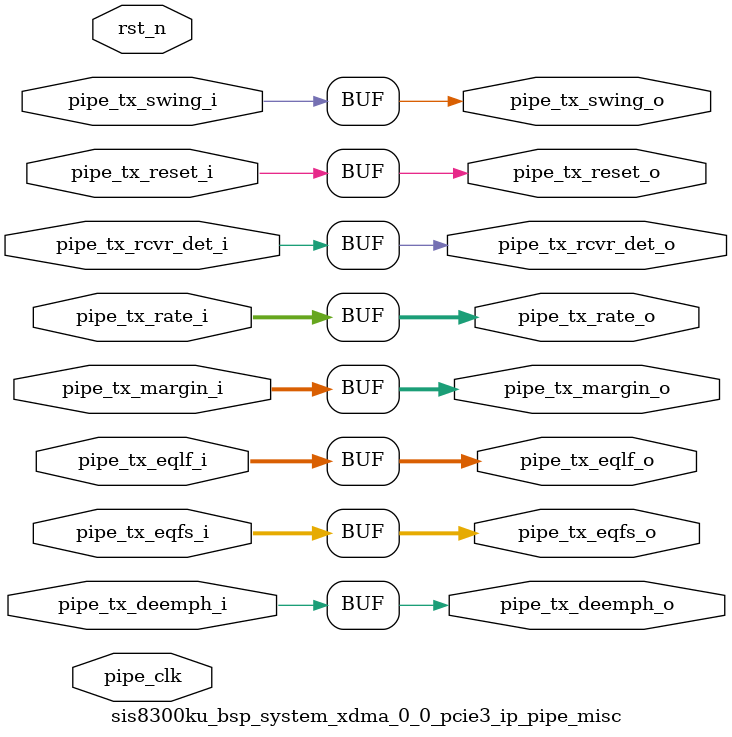
<source format=v>


`timescale 1ps/1ps

(* DowngradeIPIdentifiedWarnings = "yes" *)
module sis8300ku_bsp_system_xdma_0_0_pcie3_ip_pipe_misc 
 #(
  parameter TCQ = 100,
  parameter PIPE_PIPELINE_STAGES = 0
  ) (
  input  wire         pipe_tx_rcvr_det_i,
  input  wire         pipe_tx_reset_i,
  input  wire   [1:0] pipe_tx_rate_i,
  input  wire         pipe_tx_deemph_i,
  input  wire   [2:0] pipe_tx_margin_i,
  input  wire         pipe_tx_swing_i,
  input  wire   [5:0] pipe_tx_eqfs_i,
  input  wire   [5:0] pipe_tx_eqlf_i,
  output wire         pipe_tx_rcvr_det_o,
  output wire         pipe_tx_reset_o,
  output wire   [1:0] pipe_tx_rate_o,
  output wire         pipe_tx_deemph_o,
  output wire   [2:0] pipe_tx_margin_o,
  output wire         pipe_tx_swing_o,
  output wire   [5:0] pipe_tx_eqfs_o,
  output wire   [5:0] pipe_tx_eqlf_o,
  input  wire         pipe_clk,
  input  wire         rst_n
  );

  reg                 pipe_tx_rcvr_det_q;
  reg                 pipe_tx_reset_q;
  reg           [1:0] pipe_tx_rate_q;
  reg                 pipe_tx_deemph_q;
  reg           [2:0] pipe_tx_margin_q;
  reg                 pipe_tx_swing_q;
  reg           [5:0] pipe_tx_eqfs_q;
  reg           [5:0] pipe_tx_eqlf_q;
  reg                 pipe_tx_rcvr_det_qq;
  reg                 pipe_tx_reset_qq;
  reg           [1:0] pipe_tx_rate_qq;
  reg                 pipe_tx_deemph_qq;
  reg           [2:0] pipe_tx_margin_qq;
  reg                 pipe_tx_swing_qq;
  reg           [5:0] pipe_tx_eqfs_qq;
  reg           [5:0] pipe_tx_eqlf_qq;

  generate
    if (PIPE_PIPELINE_STAGES == 0)
    begin : pipe_stages_0
      assign pipe_tx_rcvr_det_o = pipe_tx_rcvr_det_i;
      assign pipe_tx_reset_o = pipe_tx_reset_i;
      assign pipe_tx_rate_o = pipe_tx_rate_i;
      assign pipe_tx_deemph_o = pipe_tx_deemph_i;
      assign pipe_tx_margin_o = pipe_tx_margin_i;
      assign pipe_tx_swing_o = pipe_tx_swing_i;
      assign pipe_tx_eqfs_o = pipe_tx_eqfs_i;
      assign pipe_tx_eqlf_o = pipe_tx_eqlf_i;
    end
    else if (PIPE_PIPELINE_STAGES == 1)
    begin : pipe_stages_1
      always @(posedge pipe_clk)
      begin
        if (!rst_n)
        begin
          pipe_tx_rcvr_det_q <= #TCQ 1'b0;
          pipe_tx_reset_q <= #TCQ 1'b1;
          pipe_tx_rate_q <= #TCQ 2'b0;
          pipe_tx_deemph_q <= #TCQ 1'b1;
          pipe_tx_margin_q <= #TCQ 3'b0;
          pipe_tx_swing_q <= #TCQ 1'b0;
          pipe_tx_eqfs_q <= #TCQ 5'b0;
          pipe_tx_eqlf_q <= #TCQ 5'b0;
        end
        else
        begin
          pipe_tx_rcvr_det_q <= #TCQ pipe_tx_rcvr_det_i;
          pipe_tx_reset_q <= #TCQ pipe_tx_reset_i;
          pipe_tx_rate_q <= #TCQ pipe_tx_rate_i;
          pipe_tx_deemph_q <= #TCQ pipe_tx_deemph_i;
          pipe_tx_margin_q <= #TCQ pipe_tx_margin_i;
          pipe_tx_swing_q <= #TCQ pipe_tx_swing_i;
          pipe_tx_eqfs_q <= #TCQ pipe_tx_eqfs_i;
          pipe_tx_eqlf_q <= #TCQ pipe_tx_eqlf_i;
        end
      end
      assign pipe_tx_rcvr_det_o = pipe_tx_rcvr_det_q;
      assign pipe_tx_reset_o = pipe_tx_reset_q;
      assign pipe_tx_rate_o = pipe_tx_rate_q;
      assign pipe_tx_deemph_o = pipe_tx_deemph_q;
      assign pipe_tx_margin_o = pipe_tx_margin_q;
      assign pipe_tx_swing_o = pipe_tx_swing_q;
      assign pipe_tx_eqfs_o = pipe_tx_eqfs_q;
      assign pipe_tx_eqlf_o = pipe_tx_eqlf_q;
    end
    else if (PIPE_PIPELINE_STAGES == 2)
    begin : pipe_stages_2
      always @(posedge pipe_clk)
      begin
        if (!rst_n)
        begin
          pipe_tx_rcvr_det_q <= #TCQ 1'b0;
          pipe_tx_reset_q <= #TCQ 1'b1;
          pipe_tx_rate_q <= #TCQ 2'b0;
          pipe_tx_deemph_q <= #TCQ 1'b1;
          pipe_tx_margin_q <= #TCQ 1'b0;
          pipe_tx_swing_q <= #TCQ 1'b0;
          pipe_tx_eqfs_q <= #TCQ 5'b0;
          pipe_tx_eqlf_q <= #TCQ 5'b0;
          pipe_tx_rcvr_det_qq <= #TCQ 1'b0;
          pipe_tx_reset_qq <= #TCQ 1'b1;
          pipe_tx_rate_qq <= #TCQ 2'b0;
          pipe_tx_deemph_qq <= #TCQ 1'b1;
          pipe_tx_margin_qq <= #TCQ 1'b0;
          pipe_tx_swing_qq <= #TCQ 1'b0;
          pipe_tx_eqfs_qq <= #TCQ 5'b0;
          pipe_tx_eqlf_qq <= #TCQ 5'b0;
        end
        else
        begin
          pipe_tx_rcvr_det_q <= #TCQ pipe_tx_rcvr_det_i;
          pipe_tx_reset_q <= #TCQ pipe_tx_reset_i;
          pipe_tx_rate_q <= #TCQ pipe_tx_rate_i;
          pipe_tx_deemph_q <= #TCQ pipe_tx_deemph_i;
          pipe_tx_margin_q <= #TCQ pipe_tx_margin_i;
          pipe_tx_swing_q <= #TCQ pipe_tx_swing_i;
          pipe_tx_eqfs_q <= #TCQ pipe_tx_eqfs_i;
          pipe_tx_eqlf_q <= #TCQ pipe_tx_eqlf_i;
          pipe_tx_rcvr_det_qq <= #TCQ pipe_tx_rcvr_det_q;
          pipe_tx_reset_qq <= #TCQ pipe_tx_reset_q;
          pipe_tx_rate_qq <= #TCQ pipe_tx_rate_q;
          pipe_tx_deemph_qq <= #TCQ pipe_tx_deemph_q;
          pipe_tx_margin_qq <= #TCQ pipe_tx_margin_q;
          pipe_tx_swing_qq <= #TCQ pipe_tx_swing_q;
          pipe_tx_eqfs_qq <= #TCQ pipe_tx_eqfs_q;
          pipe_tx_eqlf_qq <= #TCQ pipe_tx_eqlf_q;
        end
      end
      assign pipe_tx_rcvr_det_o = pipe_tx_rcvr_det_qq;
      assign pipe_tx_reset_o = pipe_tx_reset_qq;
      assign pipe_tx_rate_o = pipe_tx_rate_qq;
      assign pipe_tx_deemph_o = pipe_tx_deemph_qq;
      assign pipe_tx_margin_o = pipe_tx_margin_qq;
      assign pipe_tx_swing_o = pipe_tx_swing_qq;
      assign pipe_tx_eqfs_o = pipe_tx_eqfs_qq;
      assign pipe_tx_eqlf_o = pipe_tx_eqlf_qq;
    end
    else
    begin
      assign pipe_tx_rcvr_det_o = pipe_tx_rcvr_det_i;
      assign pipe_tx_reset_o = pipe_tx_reset_i;
      assign pipe_tx_rate_o = pipe_tx_rate_i;
      assign pipe_tx_deemph_o = pipe_tx_deemph_i;
      assign pipe_tx_margin_o = pipe_tx_margin_i;
      assign pipe_tx_swing_o = pipe_tx_swing_i;
      assign pipe_tx_eqfs_o = pipe_tx_eqfs_i;
      assign pipe_tx_eqlf_o = pipe_tx_eqlf_i;
    end
  endgenerate

endmodule

</source>
